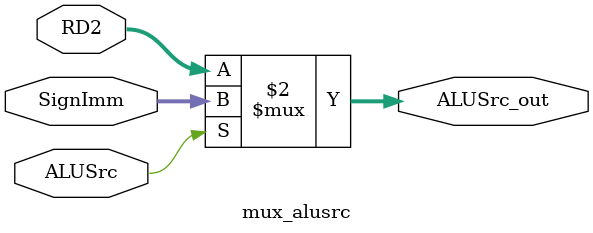
<source format=sv>
module mux_alusrc(
    input  logic        ALUSrc,     // 0: RD2, 1: SignImm
    input  logic [31:0] RD2,
    input  logic [31:0] SignImm,
    output logic [31:0] ALUSrc_out
);
    always_comb begin
        ALUSrc_out = ALUSrc ? SignImm : RD2;
    end
endmodule

</source>
